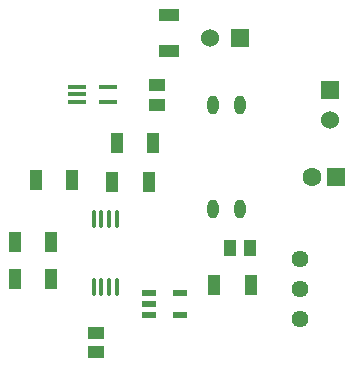
<source format=gbr>
%TF.GenerationSoftware,KiCad,Pcbnew,8.0.5*%
%TF.CreationDate,2024-10-12T23:05:05+02:00*%
%TF.ProjectId,SCS TSAL Red LED,53435320-5453-4414-9c20-526564204c45,rev?*%
%TF.SameCoordinates,Original*%
%TF.FileFunction,Soldermask,Top*%
%TF.FilePolarity,Negative*%
%FSLAX46Y46*%
G04 Gerber Fmt 4.6, Leading zero omitted, Abs format (unit mm)*
G04 Created by KiCad (PCBNEW 8.0.5) date 2024-10-12 23:05:05*
%MOMM*%
%LPD*%
G01*
G04 APERTURE LIST*
G04 Aperture macros list*
%AMRoundRect*
0 Rectangle with rounded corners*
0 $1 Rounding radius*
0 $2 $3 $4 $5 $6 $7 $8 $9 X,Y pos of 4 corners*
0 Add a 4 corners polygon primitive as box body*
4,1,4,$2,$3,$4,$5,$6,$7,$8,$9,$2,$3,0*
0 Add four circle primitives for the rounded corners*
1,1,$1+$1,$2,$3*
1,1,$1+$1,$4,$5*
1,1,$1+$1,$6,$7*
1,1,$1+$1,$8,$9*
0 Add four rect primitives between the rounded corners*
20,1,$1+$1,$2,$3,$4,$5,0*
20,1,$1+$1,$4,$5,$6,$7,0*
20,1,$1+$1,$6,$7,$8,$9,0*
20,1,$1+$1,$8,$9,$2,$3,0*%
G04 Aperture macros list end*
%ADD10RoundRect,0.100000X0.100000X-0.637500X0.100000X0.637500X-0.100000X0.637500X-0.100000X-0.637500X0*%
%ADD11R,1.050000X1.800000*%
%ADD12R,1.600000X1.600000*%
%ADD13C,1.600000*%
%ADD14O,0.950000X1.600000*%
%ADD15R,1.150000X0.600000*%
%ADD16R,1.530000X1.530000*%
%ADD17C,1.530000*%
%ADD18R,1.470000X1.070000*%
%ADD19R,1.070000X1.470000*%
%ADD20R,1.800000X1.050000*%
%ADD21C,1.440000*%
%ADD22RoundRect,0.100000X-0.650000X-0.100000X0.650000X-0.100000X0.650000X0.100000X-0.650000X0.100000X0*%
G04 APERTURE END LIST*
D10*
%TO.C,U2*%
X76520000Y-73805100D03*
X77170000Y-73805100D03*
X77820000Y-73805100D03*
X78470000Y-73805100D03*
X78470000Y-68080100D03*
X77820000Y-68080100D03*
X77170000Y-68080100D03*
X76520000Y-68080100D03*
%TD*%
D11*
%TO.C,R1*%
X89815000Y-73660000D03*
X86715000Y-73660000D03*
%TD*%
D12*
%TO.C,C1*%
X97028000Y-64516000D03*
D13*
X95028000Y-64516000D03*
%TD*%
D11*
%TO.C,R3*%
X71602000Y-64770000D03*
X74702000Y-64770000D03*
%TD*%
D14*
%TO.C,K1*%
X86614000Y-67220000D03*
X88900000Y-67220000D03*
X88900000Y-58420000D03*
X86614000Y-58420000D03*
%TD*%
D15*
%TO.C,G1*%
X81220000Y-74300000D03*
X81220000Y-75250000D03*
X81220000Y-76200000D03*
X83820000Y-76200000D03*
X83820000Y-74300000D03*
%TD*%
D16*
%TO.C,J1*%
X88900000Y-52705000D03*
D17*
X86360000Y-52705000D03*
%TD*%
D18*
%TO.C,C4*%
X81889600Y-56736400D03*
X81889600Y-58376400D03*
%TD*%
D11*
%TO.C,R5*%
X69824000Y-73152000D03*
X72924000Y-73152000D03*
%TD*%
%TO.C,R4*%
X72924000Y-69977000D03*
X69824000Y-69977000D03*
%TD*%
D18*
%TO.C,C3*%
X76708000Y-79306000D03*
X76708000Y-77666000D03*
%TD*%
D11*
%TO.C,R7*%
X81560000Y-61595000D03*
X78460000Y-61595000D03*
%TD*%
D19*
%TO.C,C2*%
X88080000Y-70485000D03*
X89720000Y-70485000D03*
%TD*%
D16*
%TO.C,J2*%
X96520000Y-57150000D03*
D17*
X96520000Y-59690000D03*
%TD*%
D20*
%TO.C,R2*%
X82905600Y-50748600D03*
X82905600Y-53848600D03*
%TD*%
D11*
%TO.C,R6*%
X78079000Y-64897000D03*
X81179000Y-64897000D03*
%TD*%
D21*
%TO.C,U3*%
X93948000Y-71435500D03*
X93948000Y-73975500D03*
X93948000Y-76515500D03*
%TD*%
D22*
%TO.C,U1*%
X75073200Y-56855600D03*
X75073200Y-57505600D03*
X75073200Y-58155600D03*
X77733200Y-58155600D03*
X77733200Y-56855600D03*
%TD*%
M02*

</source>
